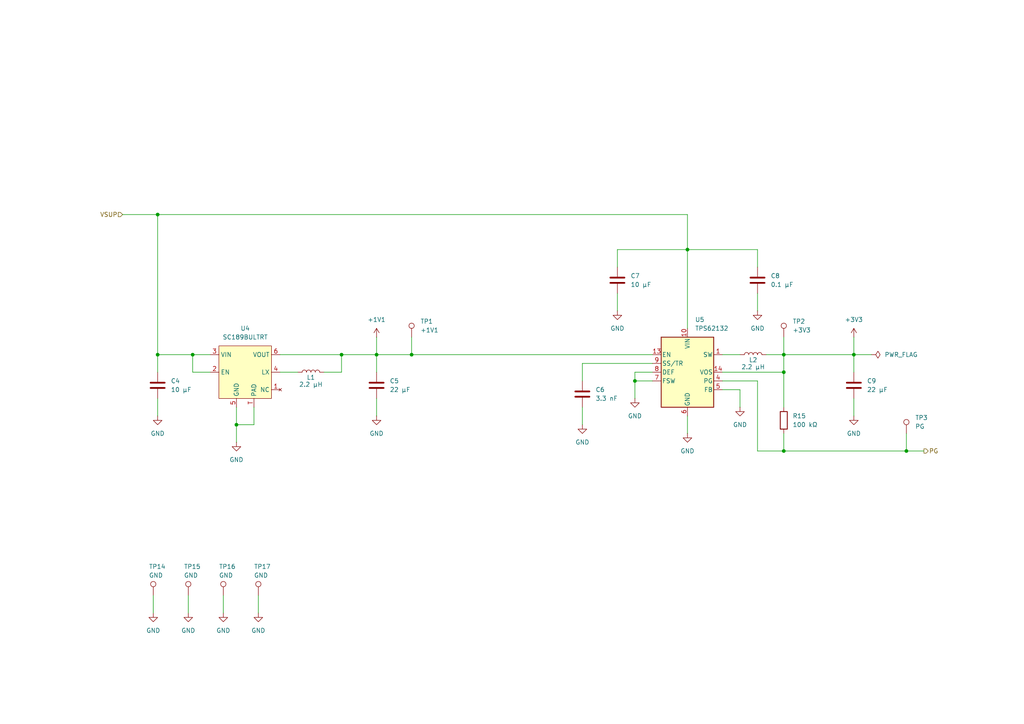
<source format=kicad_sch>
(kicad_sch (version 20231120) (generator "eeschema") (generator_version "8.0")
  (paper "A4")
  (title_block (title "RVFS Power Supply") (date "2024-08-17") (rev "0.0.1") (comment 1 "PG (Power Good) indicates when 3.3V rail is good.") (comment 2 "trigger it directly.") (comment 3 "High threshold for TPS62135 EN pin is max. 0.9 V, so the 1.1 V rail should be able to") (comment 4 "Power supplies sequenced to bring up the 3.3V rail after 1.1V."))
  (lib_symbols
    (symbol "Connector:TestPoint" (pin_numbers hide) (pin_names (offset 0.762) hide)
      (property "Reference" "TP" (at 0 6.858 0))
      (property "Value" "TestPoint" (at 0 5.08 0))
      (symbol "TestPoint_0_1"
        (circle (center 0 3.302) (radius 0.762))
      )
      (symbol "TestPoint_1_1"
        (pin passive line (at 0 0 90) (length 2.54) (name "1") (number "1"))
      )
    )
    (symbol "Device:C" (pin_numbers hide) (pin_names (offset 0.254))
      (property "Reference" "C" (at 0.635 2.54 0))
      (property "Value" "C" (at 0.635 -2.54 0))
      (symbol "C_0_1"
        (polyline (pts (xy -2.032 -0.762) (xy 2.032 -0.762)) (stroke (width 0.508)))
        (polyline (pts (xy -2.032 0.762) (xy 2.032 0.762)) (stroke (width 0.508)))
      )
      (symbol "C_1_1"
        (pin passive line (at 0 3.81 270) (length 2.794) (name "~") (number "1"))
        (pin passive line (at 0 -3.81 90) (length 2.794) (name "~") (number "2"))
      )
    )
    (symbol "Device:L" (pin_numbers hide) (pin_names (offset 1.016) hide)
      (property "Reference" "L" (at -1.27 0 90))
      (property "Value" "L" (at 1.905 0 90))
      (symbol "L_0_1"
        (arc (start 0 -2.54) (mid 0.6323 -1.905) (end 0 -1.27))
        (arc (start 0 -1.27) (mid 0.6323 -0.635) (end 0 0))
        (arc (start 0 0) (mid 0.6323 0.635) (end 0 1.27))
        (arc (start 0 1.27) (mid 0.6323 1.905) (end 0 2.54))
      )
      (symbol "L_1_1"
        (pin passive line (at 0 3.81 270) (length 1.27) (name "1") (number "1"))
        (pin passive line (at 0 -3.81 90) (length 1.27) (name "2") (number "2"))
      )
    )
    (symbol "Device:R" (pin_numbers hide) (pin_names (offset 0))
      (property "Reference" "R" (at 2.032 0 90))
      (property "Value" "R" (at 0 0 90))
      (symbol "R_0_1"
        (rectangle (start -1.016 -2.54) (end 1.016 2.54) (stroke (width 0.254)))
      )
      (symbol "R_1_1"
        (pin passive line (at 0 3.81 270) (length 1.27) (name "~") (number "1"))
        (pin passive line (at 0 -3.81 90) (length 1.27) (name "~") (number "2"))
      )
    )
    (symbol "Regulator_Switching:TPS62132" (pin_names (offset 0.254))
      (property "Reference" "U" (at 3.81 13.97 0))
      (property "Value" "TPS62132" (at 3.81 11.43 0))
      (symbol "TPS62132_0_1"
        (rectangle (start -7.62 10.16) (end 7.62 -10.16) (stroke (width 0.254)) (fill (type background)))
      )
      (symbol "TPS62132_1_1"
        (pin output line (at 10.16 5.08 180) (length 2.54) (name "SW") (number "1"))
        (pin power_in line (at 0 12.7 270) (length 2.54) (name "VIN") (number "10"))
        (pin passive line (at 0 12.7 270) (length 2.54) hide (name "VIN") (number "11"))
        (pin passive line (at 0 12.7 270) (length 2.54) hide (name "VIN") (number "12"))
        (pin input line (at -10.16 5.08 0) (length 2.54) (name "EN") (number "13"))
        (pin input line (at 10.16 0 180) (length 2.54) (name "VOS") (number "14"))
        (pin passive line (at 0 -12.7 90) (length 2.54) hide (name "GND") (number "15"))
        (pin passive line (at 0 -12.7 90) (length 2.54) hide (name "GND") (number "16"))
        (pin passive line (at 0 -12.7 90) (length 2.54) hide (name "GND") (number "17"))
        (pin passive line (at 10.16 5.08 180) (length 2.54) hide (name "SW") (number "2"))
        (pin passive line (at 10.16 5.08 180) (length 2.54) hide (name "SW") (number "3"))
        (pin open_collector line (at 10.16 -2.54 180) (length 2.54) (name "PG") (number "4"))
        (pin input line (at 10.16 -5.08 180) (length 2.54) (name "FB") (number "5"))
        (pin power_in line (at 0 -12.7 90) (length 2.54) (name "GND") (number "6"))
        (pin input line (at -10.16 -2.54 0) (length 2.54) (name "FSW") (number "7"))
        (pin input line (at -10.16 0 0) (length 2.54) (name "DEF") (number "8"))
        (pin input line (at -10.16 2.54 0) (length 2.54) (name "SS/TR") (number "9"))
      )
    )
    (symbol "SC189x:SC189BULTRT"
      (property "Reference" "U" (at 0.508 2.794 0))
      (property "Value" "SC189BULTRT" (at 6.35 1.016 0))
      (symbol "SC189BULTRT_1_1"
        (rectangle (start 0 0) (end 15.24 -15.24) (fill (type background)))
        (pin no_connect line (at 17.78 -12.7 180) (length 2.54) (name "NC") (number "1"))
        (pin input line (at -2.54 -7.62 0) (length 2.54) (name "EN") (number "2"))
        (pin power_in line (at -2.54 -2.54 0) (length 2.54) (name "VIN") (number "3"))
        (pin passive line (at 17.78 -7.62 180) (length 2.54) (name "LX") (number "4"))
        (pin power_in line (at 5.08 -17.78 90) (length 2.54) (name "GND") (number "5"))
        (pin power_out line (at 17.78 -2.54 180) (length 2.54) (name "VOUT") (number "6"))
        (pin passive line (at 10.16 -17.78 90) (length 2.54) (name "PAD") (number "T"))
      )
    )
    (symbol "power:+1V1" (power) (pin_numbers hide) (pin_names (offset 0) hide)
      (property "Value" "+1V1" (at 0 3.556 0))
      (symbol "+1V1_0_1"
        (polyline (pts (xy -0.762 1.27) (xy 0 2.54)))
        (polyline (pts (xy 0 0) (xy 0 2.54)))
        (polyline (pts (xy 0 2.54) (xy 0.762 1.27)))
      )
      (symbol "+1V1_1_1"
        (pin power_in line (at 0 0 90) (length 0) (name "~") (number "1"))
      )
    )
    (symbol "power:+3V3" (power) (pin_numbers hide) (pin_names (offset 0) hide)
      (property "Value" "+3V3" (at 0 3.556 0))
      (symbol "+3V3_0_1"
        (polyline (pts (xy -0.762 1.27) (xy 0 2.54)))
        (polyline (pts (xy 0 0) (xy 0 2.54)))
        (polyline (pts (xy 0 2.54) (xy 0.762 1.27)))
      )
      (symbol "+3V3_1_1"
        (pin power_in line (at 0 0 90) (length 0) (name "~") (number "1"))
      )
    )
    (symbol "power:GND" (power) (pin_numbers hide) (pin_names (offset 0) hide)
      (property "Value" "GND" (at 0 -3.81 0))
      (symbol "GND_0_1"
        (polyline (pts (xy 0 0) (xy 0 -1.27) (xy 1.27 -1.27) (xy 0 -2.54) (xy -1.27 -1.27) (xy 0 -1.27)))
      )
      (symbol "GND_1_1"
        (pin power_in line (at 0 0 270) (length 0) (name "~") (number "1"))
      )
    )
    (symbol "power:PWR_FLAG" (power) (pin_numbers hide) (pin_names (offset 0) hide)
      (property "Value" "PWR_FLAG" (at 0 3.81 0))
      (symbol "PWR_FLAG_0_0"
        (pin power_out line (at 0 0 90) (length 0) (name "~") (number "1"))
      )
      (symbol "PWR_FLAG_0_1"
        (polyline (pts (xy 0 0) (xy 0 1.27) (xy -1.016 1.905) (xy 0 2.54) (xy 1.016 1.905) (xy 0 1.27)))
      )
    )
  )
  (junction (at 227.33 130.81))
  (junction (at 227.33 107.95))
  (junction (at 109.22 102.87))
  (junction (at 262.89 130.81))
  (junction (at 184.15 110.49))
  (junction (at 45.72 62.23))
  (junction (at 68.58 123.19))
  (junction (at 99.06 102.87))
  (junction (at 199.39 72.39))
  (junction (at 55.88 102.87))
  (junction (at 119.38 102.87))
  (junction (at 247.65 102.87))
  (junction (at 45.72 102.87))
  (junction (at 227.33 102.87))
  (wire (pts (xy 262.89 125.73) (xy 262.89 130.81)))
  (wire (pts (xy 45.72 102.87) (xy 45.72 107.95)))
  (wire (pts (xy 168.91 105.41) (xy 168.91 110.49)))
  (wire (pts (xy 219.71 77.47) (xy 219.71 72.39)))
  (wire (pts (xy 209.55 110.49) (xy 219.71 110.49)))
  (wire (pts (xy 109.22 115.57) (xy 109.22 120.65)))
  (wire (pts (xy 184.15 110.49) (xy 184.15 115.57)))
  (wire (pts (xy 99.06 102.87) (xy 99.06 107.95)))
  (wire (pts (xy 99.06 107.95) (xy 93.98 107.95)))
  (wire (pts (xy 81.28 107.95) (xy 86.36 107.95)))
  (wire (pts (xy 219.71 72.39) (xy 199.39 72.39)))
  (wire (pts (xy 219.71 85.09) (xy 219.71 90.17)))
  (wire (pts (xy 184.15 107.95) (xy 184.15 110.49)))
  (wire (pts (xy 45.72 102.87) (xy 55.88 102.87)))
  (wire (pts (xy 209.55 102.87) (xy 214.63 102.87)))
  (wire (pts (xy 247.65 102.87) (xy 252.73 102.87)))
  (wire (pts (xy 227.33 97.79) (xy 227.33 102.87)))
  (wire (pts (xy 99.06 102.87) (xy 109.22 102.87)))
  (wire (pts (xy 227.33 107.95) (xy 209.55 107.95)))
  (wire (pts (xy 179.07 72.39) (xy 179.07 77.47)))
  (wire (pts (xy 209.55 113.03) (xy 214.63 113.03)))
  (wire (pts (xy 109.22 102.87) (xy 109.22 107.95)))
  (wire (pts (xy 184.15 110.49) (xy 189.23 110.49)))
  (wire (pts (xy 189.23 107.95) (xy 184.15 107.95)))
  (wire (pts (xy 55.88 107.95) (xy 55.88 102.87)))
  (wire (pts (xy 219.71 110.49) (xy 219.71 130.81)))
  (wire (pts (xy 44.45 172.72) (xy 44.45 177.8)))
  (wire (pts (xy 45.72 62.23) (xy 199.39 62.23)))
  (wire (pts (xy 199.39 72.39) (xy 179.07 72.39)))
  (wire (pts (xy 73.66 123.19) (xy 68.58 123.19)))
  (wire (pts (xy 119.38 97.79) (xy 119.38 102.87)))
  (wire (pts (xy 227.33 130.81) (xy 227.33 125.73)))
  (wire (pts (xy 109.22 97.79) (xy 109.22 102.87)))
  (wire (pts (xy 247.65 97.79) (xy 247.65 102.87)))
  (wire (pts (xy 55.88 102.87) (xy 60.96 102.87)))
  (wire (pts (xy 179.07 85.09) (xy 179.07 90.17)))
  (wire (pts (xy 68.58 123.19) (xy 68.58 128.27)))
  (wire (pts (xy 109.22 102.87) (xy 119.38 102.87)))
  (wire (pts (xy 199.39 62.23) (xy 199.39 72.39)))
  (wire (pts (xy 64.77 172.72) (xy 64.77 177.8)))
  (wire (pts (xy 199.39 95.25) (xy 199.39 72.39)))
  (wire (pts (xy 227.33 102.87) (xy 247.65 102.87)))
  (wire (pts (xy 227.33 130.81) (xy 262.89 130.81)))
  (wire (pts (xy 168.91 118.11) (xy 168.91 123.19)))
  (wire (pts (xy 54.61 172.72) (xy 54.61 177.8)))
  (wire (pts (xy 35.56 62.23) (xy 45.72 62.23)))
  (wire (pts (xy 73.66 118.11) (xy 73.66 123.19)))
  (wire (pts (xy 227.33 102.87) (xy 227.33 107.95)))
  (wire (pts (xy 227.33 107.95) (xy 227.33 118.11)))
  (wire (pts (xy 189.23 105.41) (xy 168.91 105.41)))
  (wire (pts (xy 68.58 118.11) (xy 68.58 123.19)))
  (wire (pts (xy 60.96 107.95) (xy 55.88 107.95)))
  (wire (pts (xy 119.38 102.87) (xy 189.23 102.87)))
  (wire (pts (xy 219.71 130.81) (xy 227.33 130.81)))
  (wire (pts (xy 262.89 130.81) (xy 267.97 130.81)))
  (wire (pts (xy 222.25 102.87) (xy 227.33 102.87)))
  (wire (pts (xy 45.72 115.57) (xy 45.72 120.65)))
  (wire (pts (xy 74.93 172.72) (xy 74.93 177.8)))
  (wire (pts (xy 247.65 102.87) (xy 247.65 107.95)))
  (wire (pts (xy 81.28 102.87) (xy 99.06 102.87)))
  (wire (pts (xy 199.39 120.65) (xy 199.39 125.73)))
  (wire (pts (xy 214.63 113.03) (xy 214.63 118.11)))
  (wire (pts (xy 45.72 62.23) (xy 45.72 102.87)))
  (wire (pts (xy 247.65 115.57) (xy 247.65 120.65)))
  (hierarchical_label "PG" (shape output) (at 267.97 130.81 0))
  (hierarchical_label "VSUP" (shape input) (at 35.56 62.23 180))
  (symbol (lib_id "Connector:TestPoint") (at 74.93 172.72 0) (unit 1)
    (property "Reference" "TP17" (at 73.66 164.338 0) (effects (justify left)))
    (property "Value" "GND" (at 73.66 166.878 0) (effects (justify left)))
    (property "Footprint" "TestPoint:TestPoint_Keystone_5000-5004_Miniature" (effects (hide yes)))
    (property "Datasheet" "https://www.keyelco.com/product-pdf.cfm?p=14610" (effects (hide yes)))
    (property "Description" "test point" (effects (hide yes)))
    (property "Part Number" "5261" (effects (hide yes)))
  )
  (symbol (lib_id "power:PWR_FLAG") (at 252.73 102.87 270) (unit 1)
    (property "Reference" "#FLG03" (effects (hide yes)))
    (property "Value" "PWR_FLAG" (at 256.54 102.8699 90) (effects (justify left)))
    (property "Description" "Special symbol for telling ERC where power comes from" (effects (hide yes)))
  )
  (symbol (lib_id "Device:R") (at 227.33 121.92 0) (unit 1)
    (property "Reference" "R15" (at 229.87 120.6499 0) (effects (justify left)))
    (property "Value" "100 kΩ" (at 229.87 123.1899 0) (effects (justify left)))
    (property "Footprint" "Resistor_SMD:R_0402_1005Metric" (effects (hide yes)))
    (property "Datasheet" "https://www.digikey.ca/en/products/detail/yageo/RC0402FR-07100KL/726526" (effects (hide yes)))
    (property "Description" "Resistor" (effects (hide yes)))
    (property "Part Number" "RC0402FR-07100KL" (effects (hide yes)))
  )
  (symbol (lib_id "power:GND") (at 219.71 90.17 0) (unit 1)
    (property "Reference" "#PWR091" (effects (hide yes)))
    (property "Value" "GND" (at 219.71 95.25 0))
    (property "Description" "Power symbol creates a global label with name \"GND\" , ground" (effects (hide yes)))
  )
  (symbol (lib_id "Device:C") (at 219.71 81.28 0) (unit 1)
    (property "Reference" "C8" (at 223.52 80.0099 0) (effects (justify left)))
    (property "Value" "0.1 µF" (at 223.52 82.5499 0) (effects (justify left)))
    (property "Footprint" "Capacitor_SMD:C_0402_1005Metric" (effects (hide yes)))
    (property "Datasheet" "https://search.murata.co.jp/Ceramy/image/img/A01X/G101/ENG/GRM155R71C104KA88-01.pdf" (effects (hide yes)))
    (property "Description" "Unpolarized capacitor" (effects (hide yes)))
    (property "Part Number" "GRM155R71C104KA88J" (effects (hide yes)))
  )
  (symbol (lib_id "Device:C") (at 109.22 111.76 0) (unit 1)
    (property "Reference" "C5" (at 113.03 110.4899 0) (effects (justify left)))
    (property "Value" "22 µF" (at 113.03 113.0299 0) (effects (justify left)))
    (property "Footprint" "Capacitor_SMD:C_0805_2012Metric" (effects (hide yes)))
    (property "Datasheet" "https://search.murata.co.jp/Ceramy/image/img/A01X/G101/ENG/GRM21BR60J226ME39-01.pdf" (effects (hide yes)))
    (property "Description" "Unpolarized capacitor" (effects (hide yes)))
    (property "Part Number" "GRM21BR60J226ME39K" (effects (hide yes)))
  )
  (symbol (lib_id "Connector:TestPoint") (at 54.61 172.72 0) (unit 1)
    (property "Reference" "TP15" (at 53.34 164.338 0) (effects (justify left)))
    (property "Value" "GND" (at 53.34 166.878 0) (effects (justify left)))
    (property "Footprint" "TestPoint:TestPoint_Keystone_5000-5004_Miniature" (effects (hide yes)))
    (property "Datasheet" "https://www.keyelco.com/product-pdf.cfm?p=14610" (effects (hide yes)))
    (property "Description" "test point" (effects (hide yes)))
    (property "Part Number" "5261" (effects (hide yes)))
  )
  (symbol (lib_id "power:GND") (at 184.15 115.57 0) (unit 1)
    (property "Reference" "#PWR088" (effects (hide yes)))
    (property "Value" "GND" (at 184.15 120.65 0))
    (property "Description" "Power symbol creates a global label with name \"GND\" , ground" (effects (hide yes)))
  )
  (symbol (lib_id "Device:C") (at 179.07 81.28 0) (unit 1)
    (property "Reference" "C7" (at 182.88 80.0099 0) (effects (justify left)))
    (property "Value" "10 µF" (at 182.88 82.5499 0) (effects (justify left)))
    (property "Footprint" "Capacitor_SMD:C_0805_2012Metric" (effects (hide yes)))
    (property "Datasheet" "https://search.murata.co.jp/Ceramy/image/img/A01X/G101/ENG/GRM21BR71A106KA73-01.pdf" (effects (hide yes)))
    (property "Description" "Unpolarized capacitor" (effects (hide yes)))
    (property "Part Number" "GRM21BR71A106KA73L" (effects (hide yes)))
  )
  (symbol (lib_id "Device:L") (at 218.44 102.87 90) (unit 1)
    (property "Reference" "L2" (at 218.44 104.394 90))
    (property "Value" "2.2 µH" (at 218.44 106.426 90))
    (property "Footprint" "Inductor_SMD:L_Bourns_SRN6045TA" (effects (hide yes)))
    (property "Datasheet" "https://mm.digikey.com/Volume0/opasdata/d220001/medias/docus/5016/HPC-BM_NF_NCv.pdf" (effects (hide yes)))
    (property "Description" "Inductor" (effects (hide yes)))
    (property "Part Number" "HPC 6045NC-2R2M" (effects (hide yes)))
  )
  (symbol (lib_id "Regulator_Switching:TPS62132") (at 199.39 107.95 0) (unit 1)
    (property "Reference" "U5" (at 201.5841 92.71 0) (effects (justify left)))
    (property "Value" "TPS62132" (at 201.5841 95.25 0) (effects (justify left)))
    (property "Footprint" "Package_DFN_QFN:VQFN-16-1EP_3x3mm_P0.5mm_EP1.68x1.68mm_ThermalVias" (effects (hide yes)))
    (property "Datasheet" "http://www.ti.com/lit/ds/symlink/tps62130.pdf" (effects (hide yes)))
    (property "Description" "3A Step-Down Converter with DCS-Control, Fixed 3.3V Output Voltage, 3-17V Input Voltage, QFN-16" (effects (hide yes)))
    (property "Part Number" "TPS62132RGTR" (effects (hide yes)))
  )
  (symbol (lib_id "power:GND") (at 44.45 177.8 0) (unit 1)
    (property "Reference" "#PWR094" (effects (hide yes)))
    (property "Value" "GND" (at 44.45 182.88 0))
    (property "Description" "Power symbol creates a global label with name \"GND\" , ground" (effects (hide yes)))
  )
  (symbol (lib_id "Device:C") (at 247.65 111.76 0) (unit 1)
    (property "Reference" "C9" (at 251.46 110.4899 0) (effects (justify left)))
    (property "Value" "22 µF" (at 251.46 113.0299 0) (effects (justify left)))
    (property "Footprint" "Capacitor_SMD:C_0805_2012Metric" (effects (hide yes)))
    (property "Datasheet" "https://search.murata.co.jp/Ceramy/image/img/A01X/G101/ENG/GRM21BR60J226ME39-01.pdf" (effects (hide yes)))
    (property "Description" "Unpolarized capacitor" (effects (hide yes)))
    (property "Part Number" "GRM21BR60J226ME39K" (effects (hide yes)))
  )
  (symbol (lib_id "power:GND") (at 247.65 120.65 0) (unit 1)
    (property "Reference" "#PWR093" (effects (hide yes)))
    (property "Value" "GND" (at 247.65 125.73 0))
    (property "Description" "Power symbol creates a global label with name \"GND\" , ground" (effects (hide yes)))
  )
  (symbol (lib_id "power:GND") (at 45.72 120.65 0) (unit 1)
    (property "Reference" "#PWR082" (effects (hide yes)))
    (property "Value" "GND" (at 45.72 125.73 0))
    (property "Description" "Power symbol creates a global label with name \"GND\" , ground" (effects (hide yes)))
  )
  (symbol (lib_id "Device:C") (at 168.91 114.3 0) (unit 1)
    (property "Reference" "C6" (at 172.72 113.0299 0) (effects (justify left)))
    (property "Value" "3.3 nF" (at 172.72 115.5699 0) (effects (justify left)))
    (property "Footprint" "Capacitor_SMD:C_0402_1005Metric" (effects (hide yes)))
    (property "Datasheet" "https://search.murata.co.jp/Ceramy/image/img/A01X/G101/ENG/GRM155R71H332KA01-01.pdf" (effects (hide yes)))
    (property "Description" "Unpolarized capacitor" (effects (hide yes)))
    (property "Part Number" "GRM155R71C104KA88J" (effects (hide yes)))
  )
  (symbol (lib_id "Connector:TestPoint") (at 44.45 172.72 0) (unit 1)
    (property "Reference" "TP14" (at 43.18 164.338 0) (effects (justify left)))
    (property "Value" "GND" (at 43.18 166.878 0) (effects (justify left)))
    (property "Footprint" "TestPoint:TestPoint_Keystone_5000-5004_Miniature" (effects (hide yes)))
    (property "Datasheet" "https://www.keyelco.com/product-pdf.cfm?p=14610" (effects (hide yes)))
    (property "Description" "test point" (effects (hide yes)))
    (property "Part Number" "5261" (effects (hide yes)))
  )
  (symbol (lib_id "power:GND") (at 68.58 128.27 0) (unit 1)
    (property "Reference" "#PWR083" (effects (hide yes)))
    (property "Value" "GND" (at 68.58 133.35 0))
    (property "Description" "Power symbol creates a global label with name \"GND\" , ground" (effects (hide yes)))
  )
  (symbol (lib_id "power:GND") (at 64.77 177.8 0) (unit 1)
    (property "Reference" "#PWR0210" (effects (hide yes)))
    (property "Value" "GND" (at 64.77 182.88 0))
    (property "Description" "Power symbol creates a global label with name \"GND\" , ground" (effects (hide yes)))
  )
  (symbol (lib_id "Device:C") (at 45.72 111.76 0) (unit 1)
    (property "Reference" "C4" (at 49.53 110.4899 0) (effects (justify left)))
    (property "Value" "10 µF" (at 49.53 113.0299 0) (effects (justify left)))
    (property "Footprint" "Capacitor_SMD:C_0805_2012Metric" (effects (hide yes)))
    (property "Datasheet" "https://search.murata.co.jp/Ceramy/image/img/A01X/G101/ENG/GRM21BR71A106KA73-01.pdf" (effects (hide yes)))
    (property "Description" "Unpolarized capacitor" (effects (hide yes)))
    (property "Part Number" "GRM21BR71A106KA73L" (effects (hide yes)))
  )
  (symbol (lib_id "Connector:TestPoint") (at 262.89 125.73 0) (unit 1)
    (property "Reference" "TP3" (at 265.43 121.1579 0) (effects (justify left)))
    (property "Value" "PG" (at 265.43 123.6979 0) (effects (justify left)))
    (property "Footprint" "TestPoint:TestPoint_Pad_D1.0mm" (effects (hide yes)))
    (property "Description" "test point" (effects (hide yes)))
  )
  (symbol (lib_id "Device:L") (at 90.17 107.95 90) (unit 1)
    (property "Reference" "L1" (at 90.17 109.474 90))
    (property "Value" "2.2 µH" (at 90.17 111.506 90))
    (property "Footprint" "Inductor_SMD:L_Bourns_SRN6045TA" (effects (hide yes)))
    (property "Datasheet" "https://mm.digikey.com/Volume0/opasdata/d220001/medias/docus/5016/HPC-BM_NF_NCv.pdf" (effects (hide yes)))
    (property "Description" "Inductor" (effects (hide yes)))
    (property "Part Number" "HPC 6045NC-2R2M" (effects (hide yes)))
  )
  (symbol (lib_id "SC189x:SC189BULTRT") (at 63.5 100.33 0) (unit 1)
    (property "Reference" "U4" (at 71.12 95.25 0))
    (property "Value" "SC189BULTRT" (at 71.12 97.79 0))
    (property "Footprint" "SC189x:MLPD-UT6" (effects (hide yes)))
    (property "Datasheet" "https://semtech.my.salesforce.com/sfc/p/#E0000000JelG/a/44000000MDZF/Kz5ycNi9I5Dzzg5AzBOB4W0TtqtKUtMf03CWPRt6CLQ" (effects (hide yes)))
    (property "Part Number" "SC189BULTRT" (effects (hide yes)))
  )
  (symbol (lib_id "power:+1V1") (at 109.22 97.79 0) (unit 1)
    (property "Reference" "#PWR084" (effects (hide yes)))
    (property "Value" "+1V1" (at 109.22 92.71 0))
    (property "Description" "Power symbol creates a global label with name \"+1V1\"" (effects (hide yes)))
  )
  (symbol (lib_id "power:GND") (at 199.39 125.73 0) (unit 1)
    (property "Reference" "#PWR089" (effects (hide yes)))
    (property "Value" "GND" (at 199.39 130.81 0))
    (property "Description" "Power symbol creates a global label with name \"GND\" , ground" (effects (hide yes)))
  )
  (symbol (lib_id "power:+3V3") (at 247.65 97.79 0) (unit 1)
    (property "Reference" "#PWR092" (effects (hide yes)))
    (property "Value" "+3V3" (at 247.65 92.71 0))
    (property "Description" "Power symbol creates a global label with name \"+3V3\"" (effects (hide yes)))
  )
  (symbol (lib_id "power:GND") (at 168.91 123.19 0) (unit 1)
    (property "Reference" "#PWR086" (effects (hide yes)))
    (property "Value" "GND" (at 168.91 128.27 0))
    (property "Description" "Power symbol creates a global label with name \"GND\" , ground" (effects (hide yes)))
  )
  (symbol (lib_id "power:GND") (at 74.93 177.8 0) (unit 1)
    (property "Reference" "#PWR0211" (effects (hide yes)))
    (property "Value" "GND" (at 74.93 182.88 0))
    (property "Description" "Power symbol creates a global label with name \"GND\" , ground" (effects (hide yes)))
  )
  (symbol (lib_id "power:GND") (at 54.61 177.8 0) (unit 1)
    (property "Reference" "#PWR095" (effects (hide yes)))
    (property "Value" "GND" (at 54.61 182.88 0))
    (property "Description" "Power symbol creates a global label with name \"GND\" , ground" (effects (hide yes)))
  )
  (symbol (lib_id "power:GND") (at 214.63 118.11 0) (unit 1)
    (property "Reference" "#PWR090" (effects (hide yes)))
    (property "Value" "GND" (at 214.63 123.19 0))
    (property "Description" "Power symbol creates a global label with name \"GND\" , ground" (effects (hide yes)))
  )
  (symbol (lib_id "Connector:TestPoint") (at 227.33 97.79 0) (unit 1)
    (property "Reference" "TP2" (at 229.87 93.2179 0) (effects (justify left)))
    (property "Value" "+3V3" (at 229.87 95.7579 0) (effects (justify left)))
    (property "Footprint" "TestPoint:TestPoint_Keystone_5000-5004_Miniature" (effects (hide yes)))
    (property "Datasheet" "https://www.keyelco.com/product-pdf.cfm?p=14610" (effects (hide yes)))
    (property "Description" "test point" (effects (hide yes)))
    (property "Part Number" "5264" (effects (hide yes)))
  )
  (symbol (lib_id "Connector:TestPoint") (at 64.77 172.72 0) (unit 1)
    (property "Reference" "TP16" (at 63.5 164.338 0) (effects (justify left)))
    (property "Value" "GND" (at 63.5 166.878 0) (effects (justify left)))
    (property "Footprint" "TestPoint:TestPoint_Keystone_5000-5004_Miniature" (effects (hide yes)))
    (property "Datasheet" "https://www.keyelco.com/product-pdf.cfm?p=14610" (effects (hide yes)))
    (property "Description" "test point" (effects (hide yes)))
    (property "Part Number" "5261" (effects (hide yes)))
  )
  (symbol (lib_id "power:GND") (at 109.22 120.65 0) (unit 1)
    (property "Reference" "#PWR085" (effects (hide yes)))
    (property "Value" "GND" (at 109.22 125.73 0))
    (property "Description" "Power symbol creates a global label with name \"GND\" , ground" (effects (hide yes)))
  )
  (symbol (lib_id "power:GND") (at 179.07 90.17 0) (unit 1)
    (property "Reference" "#PWR087" (effects (hide yes)))
    (property "Value" "GND" (at 179.07 95.25 0))
    (property "Description" "Power symbol creates a global label with name \"GND\" , ground" (effects (hide yes)))
  )
  (symbol (lib_id "Connector:TestPoint") (at 119.38 97.79 0) (unit 1)
    (property "Reference" "TP1" (at 121.92 93.2179 0) (effects (justify left)))
    (property "Value" "+1V1" (at 121.92 95.7579 0) (effects (justify left)))
    (property "Footprint" "TestPoint:TestPoint_Keystone_5000-5004_Miniature" (effects (hide yes)))
    (property "Datasheet" "https://www.keyelco.com/product-pdf.cfm?p=14610" (effects (hide yes)))
    (property "Description" "test point" (effects (hide yes)))
    (property "Part Number" "5263" (effects (hide yes)))
  )
)
</source>
